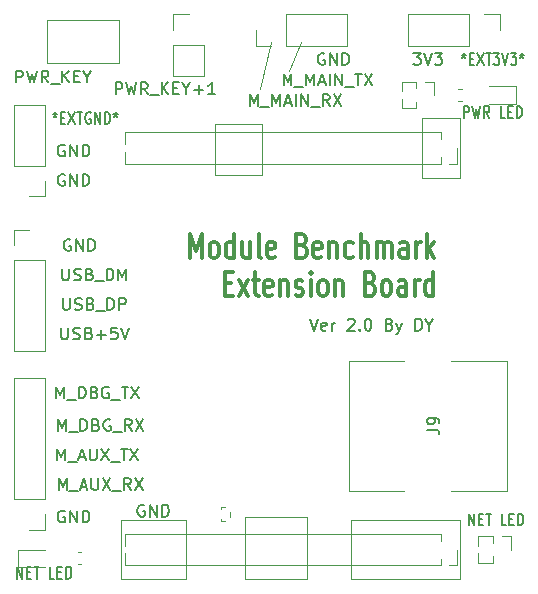
<source format=gbr>
G04 #@! TF.GenerationSoftware,KiCad,Pcbnew,5.99.0-unknown-f1fcf3f~86~ubuntu18.04.1*
G04 #@! TF.CreationDate,2020-01-20T18:37:53-05:00*
G04 #@! TF.ProjectId,module_benchmark_extension_board,6d6f6475-6c65-45f6-9265-6e63686d6172,rev?*
G04 #@! TF.SameCoordinates,Original*
G04 #@! TF.FileFunction,Legend,Top*
G04 #@! TF.FilePolarity,Positive*
%FSLAX46Y46*%
G04 Gerber Fmt 4.6, Leading zero omitted, Abs format (unit mm)*
G04 Created by KiCad (PCBNEW 5.99.0-unknown-f1fcf3f~86~ubuntu18.04.1) date 2020-01-20 18:37:53*
%MOMM*%
%LPD*%
G04 APERTURE LIST*
%ADD10C,0.150000*%
%ADD11C,0.120000*%
%ADD12C,0.300000*%
G04 APERTURE END LIST*
D10*
X139292857Y-99952380D02*
X139292857Y-100190476D01*
X139102380Y-100095238D02*
X139292857Y-100190476D01*
X139483333Y-100095238D01*
X139178571Y-100380952D02*
X139292857Y-100190476D01*
X139407142Y-100380952D01*
X139788095Y-100428571D02*
X140054761Y-100428571D01*
X140169047Y-100952380D02*
X139788095Y-100952380D01*
X139788095Y-99952380D01*
X140169047Y-99952380D01*
X140435714Y-99952380D02*
X140969047Y-100952380D01*
X140969047Y-99952380D02*
X140435714Y-100952380D01*
X141159523Y-99952380D02*
X141616666Y-99952380D01*
X141388095Y-100952380D02*
X141388095Y-99952380D01*
X141807142Y-99952380D02*
X142302380Y-99952380D01*
X142035714Y-100333333D01*
X142150000Y-100333333D01*
X142226190Y-100380952D01*
X142264285Y-100428571D01*
X142302380Y-100523809D01*
X142302380Y-100761904D01*
X142264285Y-100857142D01*
X142226190Y-100904761D01*
X142150000Y-100952380D01*
X141921428Y-100952380D01*
X141845238Y-100904761D01*
X141807142Y-100857142D01*
X142530952Y-99952380D02*
X142797619Y-100952380D01*
X143064285Y-99952380D01*
X143254761Y-99952380D02*
X143750000Y-99952380D01*
X143483333Y-100333333D01*
X143597619Y-100333333D01*
X143673809Y-100380952D01*
X143711904Y-100428571D01*
X143750000Y-100523809D01*
X143750000Y-100761904D01*
X143711904Y-100857142D01*
X143673809Y-100904761D01*
X143597619Y-100952380D01*
X143369047Y-100952380D01*
X143292857Y-100904761D01*
X143254761Y-100857142D01*
X144207142Y-99952380D02*
X144207142Y-100190476D01*
X144016666Y-100095238D02*
X144207142Y-100190476D01*
X144397619Y-100095238D01*
X144092857Y-100380952D02*
X144207142Y-100190476D01*
X144321428Y-100380952D01*
X139292857Y-105452380D02*
X139292857Y-104452380D01*
X139597619Y-104452380D01*
X139673809Y-104500000D01*
X139711904Y-104547619D01*
X139750000Y-104642857D01*
X139750000Y-104785714D01*
X139711904Y-104880952D01*
X139673809Y-104928571D01*
X139597619Y-104976190D01*
X139292857Y-104976190D01*
X140016666Y-104452380D02*
X140207142Y-105452380D01*
X140359523Y-104738095D01*
X140511904Y-105452380D01*
X140702380Y-104452380D01*
X141464285Y-105452380D02*
X141197619Y-104976190D01*
X141007142Y-105452380D02*
X141007142Y-104452380D01*
X141311904Y-104452380D01*
X141388095Y-104500000D01*
X141426190Y-104547619D01*
X141464285Y-104642857D01*
X141464285Y-104785714D01*
X141426190Y-104880952D01*
X141388095Y-104928571D01*
X141311904Y-104976190D01*
X141007142Y-104976190D01*
X142797619Y-105452380D02*
X142416666Y-105452380D01*
X142416666Y-104452380D01*
X143064285Y-104928571D02*
X143330952Y-104928571D01*
X143445238Y-105452380D02*
X143064285Y-105452380D01*
X143064285Y-104452380D01*
X143445238Y-104452380D01*
X143788095Y-105452380D02*
X143788095Y-104452380D01*
X143978571Y-104452380D01*
X144092857Y-104500000D01*
X144169047Y-104595238D01*
X144207142Y-104690476D01*
X144245238Y-104880952D01*
X144245238Y-105023809D01*
X144207142Y-105214285D01*
X144169047Y-105309523D01*
X144092857Y-105404761D01*
X143978571Y-105452380D01*
X143788095Y-105452380D01*
X101464285Y-144452380D02*
X101464285Y-143452380D01*
X101921428Y-144452380D01*
X101921428Y-143452380D01*
X102302380Y-143928571D02*
X102569047Y-143928571D01*
X102683333Y-144452380D02*
X102302380Y-144452380D01*
X102302380Y-143452380D01*
X102683333Y-143452380D01*
X102911904Y-143452380D02*
X103369047Y-143452380D01*
X103140476Y-144452380D02*
X103140476Y-143452380D01*
X104626190Y-144452380D02*
X104245238Y-144452380D01*
X104245238Y-143452380D01*
X104892857Y-143928571D02*
X105159523Y-143928571D01*
X105273809Y-144452380D02*
X104892857Y-144452380D01*
X104892857Y-143452380D01*
X105273809Y-143452380D01*
X105616666Y-144452380D02*
X105616666Y-143452380D01*
X105807142Y-143452380D01*
X105921428Y-143500000D01*
X105997619Y-143595238D01*
X106035714Y-143690476D01*
X106073809Y-143880952D01*
X106073809Y-144023809D01*
X106035714Y-144214285D01*
X105997619Y-144309523D01*
X105921428Y-144404761D01*
X105807142Y-144452380D01*
X105616666Y-144452380D01*
X139714285Y-139952380D02*
X139714285Y-138952380D01*
X140171428Y-139952380D01*
X140171428Y-138952380D01*
X140552380Y-139428571D02*
X140819047Y-139428571D01*
X140933333Y-139952380D02*
X140552380Y-139952380D01*
X140552380Y-138952380D01*
X140933333Y-138952380D01*
X141161904Y-138952380D02*
X141619047Y-138952380D01*
X141390476Y-139952380D02*
X141390476Y-138952380D01*
X142876190Y-139952380D02*
X142495238Y-139952380D01*
X142495238Y-138952380D01*
X143142857Y-139428571D02*
X143409523Y-139428571D01*
X143523809Y-139952380D02*
X143142857Y-139952380D01*
X143142857Y-138952380D01*
X143523809Y-138952380D01*
X143866666Y-139952380D02*
X143866666Y-138952380D01*
X144057142Y-138952380D01*
X144171428Y-139000000D01*
X144247619Y-139095238D01*
X144285714Y-139190476D01*
X144323809Y-139380952D01*
X144323809Y-139523809D01*
X144285714Y-139714285D01*
X144247619Y-139809523D01*
X144171428Y-139904761D01*
X144057142Y-139952380D01*
X143866666Y-139952380D01*
X126285714Y-122452380D02*
X126619047Y-123452380D01*
X126952380Y-122452380D01*
X127666666Y-123404761D02*
X127571428Y-123452380D01*
X127380952Y-123452380D01*
X127285714Y-123404761D01*
X127238095Y-123309523D01*
X127238095Y-122928571D01*
X127285714Y-122833333D01*
X127380952Y-122785714D01*
X127571428Y-122785714D01*
X127666666Y-122833333D01*
X127714285Y-122928571D01*
X127714285Y-123023809D01*
X127238095Y-123119047D01*
X128142857Y-123452380D02*
X128142857Y-122785714D01*
X128142857Y-122976190D02*
X128190476Y-122880952D01*
X128238095Y-122833333D01*
X128333333Y-122785714D01*
X128428571Y-122785714D01*
X129476190Y-122547619D02*
X129523809Y-122500000D01*
X129619047Y-122452380D01*
X129857142Y-122452380D01*
X129952380Y-122500000D01*
X130000000Y-122547619D01*
X130047619Y-122642857D01*
X130047619Y-122738095D01*
X130000000Y-122880952D01*
X129428571Y-123452380D01*
X130047619Y-123452380D01*
X130476190Y-123357142D02*
X130523809Y-123404761D01*
X130476190Y-123452380D01*
X130428571Y-123404761D01*
X130476190Y-123357142D01*
X130476190Y-123452380D01*
X131142857Y-122452380D02*
X131238095Y-122452380D01*
X131333333Y-122500000D01*
X131380952Y-122547619D01*
X131428571Y-122642857D01*
X131476190Y-122833333D01*
X131476190Y-123071428D01*
X131428571Y-123261904D01*
X131380952Y-123357142D01*
X131333333Y-123404761D01*
X131238095Y-123452380D01*
X131142857Y-123452380D01*
X131047619Y-123404761D01*
X131000000Y-123357142D01*
X130952380Y-123261904D01*
X130904761Y-123071428D01*
X130904761Y-122833333D01*
X130952380Y-122642857D01*
X131000000Y-122547619D01*
X131047619Y-122500000D01*
X131142857Y-122452380D01*
X133000000Y-122928571D02*
X133142857Y-122976190D01*
X133190476Y-123023809D01*
X133238095Y-123119047D01*
X133238095Y-123261904D01*
X133190476Y-123357142D01*
X133142857Y-123404761D01*
X133047619Y-123452380D01*
X132666666Y-123452380D01*
X132666666Y-122452380D01*
X133000000Y-122452380D01*
X133095238Y-122500000D01*
X133142857Y-122547619D01*
X133190476Y-122642857D01*
X133190476Y-122738095D01*
X133142857Y-122833333D01*
X133095238Y-122880952D01*
X133000000Y-122928571D01*
X132666666Y-122928571D01*
X133571428Y-122785714D02*
X133809523Y-123452380D01*
X134047619Y-122785714D02*
X133809523Y-123452380D01*
X133714285Y-123690476D01*
X133666666Y-123738095D01*
X133571428Y-123785714D01*
X135190476Y-123452380D02*
X135190476Y-122452380D01*
X135428571Y-122452380D01*
X135571428Y-122500000D01*
X135666666Y-122595238D01*
X135714285Y-122690476D01*
X135761904Y-122880952D01*
X135761904Y-123023809D01*
X135714285Y-123214285D01*
X135666666Y-123309523D01*
X135571428Y-123404761D01*
X135428571Y-123452380D01*
X135190476Y-123452380D01*
X136380952Y-122976190D02*
X136380952Y-123452380D01*
X136047619Y-122452380D02*
X136380952Y-122976190D01*
X136714285Y-122452380D01*
X105988095Y-115750000D02*
X105892857Y-115702380D01*
X105750000Y-115702380D01*
X105607142Y-115750000D01*
X105511904Y-115845238D01*
X105464285Y-115940476D01*
X105416666Y-116130952D01*
X105416666Y-116273809D01*
X105464285Y-116464285D01*
X105511904Y-116559523D01*
X105607142Y-116654761D01*
X105750000Y-116702380D01*
X105845238Y-116702380D01*
X105988095Y-116654761D01*
X106035714Y-116607142D01*
X106035714Y-116273809D01*
X105845238Y-116273809D01*
X106464285Y-116702380D02*
X106464285Y-115702380D01*
X107035714Y-116702380D01*
X107035714Y-115702380D01*
X107511904Y-116702380D02*
X107511904Y-115702380D01*
X107750000Y-115702380D01*
X107892857Y-115750000D01*
X107988095Y-115845238D01*
X108035714Y-115940476D01*
X108083333Y-116130952D01*
X108083333Y-116273809D01*
X108035714Y-116464285D01*
X107988095Y-116559523D01*
X107892857Y-116654761D01*
X107750000Y-116702380D01*
X107511904Y-116702380D01*
X105285714Y-118202380D02*
X105285714Y-119011904D01*
X105333333Y-119107142D01*
X105380952Y-119154761D01*
X105476190Y-119202380D01*
X105666666Y-119202380D01*
X105761904Y-119154761D01*
X105809523Y-119107142D01*
X105857142Y-119011904D01*
X105857142Y-118202380D01*
X106285714Y-119154761D02*
X106428571Y-119202380D01*
X106666666Y-119202380D01*
X106761904Y-119154761D01*
X106809523Y-119107142D01*
X106857142Y-119011904D01*
X106857142Y-118916666D01*
X106809523Y-118821428D01*
X106761904Y-118773809D01*
X106666666Y-118726190D01*
X106476190Y-118678571D01*
X106380952Y-118630952D01*
X106333333Y-118583333D01*
X106285714Y-118488095D01*
X106285714Y-118392857D01*
X106333333Y-118297619D01*
X106380952Y-118250000D01*
X106476190Y-118202380D01*
X106714285Y-118202380D01*
X106857142Y-118250000D01*
X107619047Y-118678571D02*
X107761904Y-118726190D01*
X107809523Y-118773809D01*
X107857142Y-118869047D01*
X107857142Y-119011904D01*
X107809523Y-119107142D01*
X107761904Y-119154761D01*
X107666666Y-119202380D01*
X107285714Y-119202380D01*
X107285714Y-118202380D01*
X107619047Y-118202380D01*
X107714285Y-118250000D01*
X107761904Y-118297619D01*
X107809523Y-118392857D01*
X107809523Y-118488095D01*
X107761904Y-118583333D01*
X107714285Y-118630952D01*
X107619047Y-118678571D01*
X107285714Y-118678571D01*
X108047619Y-119297619D02*
X108809523Y-119297619D01*
X109047619Y-119202380D02*
X109047619Y-118202380D01*
X109285714Y-118202380D01*
X109428571Y-118250000D01*
X109523809Y-118345238D01*
X109571428Y-118440476D01*
X109619047Y-118630952D01*
X109619047Y-118773809D01*
X109571428Y-118964285D01*
X109523809Y-119059523D01*
X109428571Y-119154761D01*
X109285714Y-119202380D01*
X109047619Y-119202380D01*
X110047619Y-119202380D02*
X110047619Y-118202380D01*
X110380952Y-118916666D01*
X110714285Y-118202380D01*
X110714285Y-119202380D01*
X105357142Y-120702380D02*
X105357142Y-121511904D01*
X105404761Y-121607142D01*
X105452380Y-121654761D01*
X105547619Y-121702380D01*
X105738095Y-121702380D01*
X105833333Y-121654761D01*
X105880952Y-121607142D01*
X105928571Y-121511904D01*
X105928571Y-120702380D01*
X106357142Y-121654761D02*
X106500000Y-121702380D01*
X106738095Y-121702380D01*
X106833333Y-121654761D01*
X106880952Y-121607142D01*
X106928571Y-121511904D01*
X106928571Y-121416666D01*
X106880952Y-121321428D01*
X106833333Y-121273809D01*
X106738095Y-121226190D01*
X106547619Y-121178571D01*
X106452380Y-121130952D01*
X106404761Y-121083333D01*
X106357142Y-120988095D01*
X106357142Y-120892857D01*
X106404761Y-120797619D01*
X106452380Y-120750000D01*
X106547619Y-120702380D01*
X106785714Y-120702380D01*
X106928571Y-120750000D01*
X107690476Y-121178571D02*
X107833333Y-121226190D01*
X107880952Y-121273809D01*
X107928571Y-121369047D01*
X107928571Y-121511904D01*
X107880952Y-121607142D01*
X107833333Y-121654761D01*
X107738095Y-121702380D01*
X107357142Y-121702380D01*
X107357142Y-120702380D01*
X107690476Y-120702380D01*
X107785714Y-120750000D01*
X107833333Y-120797619D01*
X107880952Y-120892857D01*
X107880952Y-120988095D01*
X107833333Y-121083333D01*
X107785714Y-121130952D01*
X107690476Y-121178571D01*
X107357142Y-121178571D01*
X108119047Y-121797619D02*
X108880952Y-121797619D01*
X109119047Y-121702380D02*
X109119047Y-120702380D01*
X109357142Y-120702380D01*
X109500000Y-120750000D01*
X109595238Y-120845238D01*
X109642857Y-120940476D01*
X109690476Y-121130952D01*
X109690476Y-121273809D01*
X109642857Y-121464285D01*
X109595238Y-121559523D01*
X109500000Y-121654761D01*
X109357142Y-121702380D01*
X109119047Y-121702380D01*
X110119047Y-121702380D02*
X110119047Y-120702380D01*
X110500000Y-120702380D01*
X110595238Y-120750000D01*
X110642857Y-120797619D01*
X110690476Y-120892857D01*
X110690476Y-121035714D01*
X110642857Y-121130952D01*
X110595238Y-121178571D01*
X110500000Y-121226190D01*
X110119047Y-121226190D01*
X105214285Y-123202380D02*
X105214285Y-124011904D01*
X105261904Y-124107142D01*
X105309523Y-124154761D01*
X105404761Y-124202380D01*
X105595238Y-124202380D01*
X105690476Y-124154761D01*
X105738095Y-124107142D01*
X105785714Y-124011904D01*
X105785714Y-123202380D01*
X106214285Y-124154761D02*
X106357142Y-124202380D01*
X106595238Y-124202380D01*
X106690476Y-124154761D01*
X106738095Y-124107142D01*
X106785714Y-124011904D01*
X106785714Y-123916666D01*
X106738095Y-123821428D01*
X106690476Y-123773809D01*
X106595238Y-123726190D01*
X106404761Y-123678571D01*
X106309523Y-123630952D01*
X106261904Y-123583333D01*
X106214285Y-123488095D01*
X106214285Y-123392857D01*
X106261904Y-123297619D01*
X106309523Y-123250000D01*
X106404761Y-123202380D01*
X106642857Y-123202380D01*
X106785714Y-123250000D01*
X107547619Y-123678571D02*
X107690476Y-123726190D01*
X107738095Y-123773809D01*
X107785714Y-123869047D01*
X107785714Y-124011904D01*
X107738095Y-124107142D01*
X107690476Y-124154761D01*
X107595238Y-124202380D01*
X107214285Y-124202380D01*
X107214285Y-123202380D01*
X107547619Y-123202380D01*
X107642857Y-123250000D01*
X107690476Y-123297619D01*
X107738095Y-123392857D01*
X107738095Y-123488095D01*
X107690476Y-123583333D01*
X107642857Y-123630952D01*
X107547619Y-123678571D01*
X107214285Y-123678571D01*
X108214285Y-123821428D02*
X108976190Y-123821428D01*
X108595238Y-124202380D02*
X108595238Y-123440476D01*
X109928571Y-123202380D02*
X109452380Y-123202380D01*
X109404761Y-123678571D01*
X109452380Y-123630952D01*
X109547619Y-123583333D01*
X109785714Y-123583333D01*
X109880952Y-123630952D01*
X109928571Y-123678571D01*
X109976190Y-123773809D01*
X109976190Y-124011904D01*
X109928571Y-124107142D01*
X109880952Y-124154761D01*
X109785714Y-124202380D01*
X109547619Y-124202380D01*
X109452380Y-124154761D01*
X109404761Y-124107142D01*
X110261904Y-123202380D02*
X110595238Y-124202380D01*
X110928571Y-123202380D01*
D11*
X125500000Y-99000000D02*
X124500000Y-101500000D01*
X123000000Y-99000000D02*
X122000000Y-103000000D01*
D10*
X105000000Y-136952380D02*
X105000000Y-135952380D01*
X105333333Y-136666666D01*
X105666666Y-135952380D01*
X105666666Y-136952380D01*
X105904761Y-137047619D02*
X106666666Y-137047619D01*
X106857142Y-136666666D02*
X107333333Y-136666666D01*
X106761904Y-136952380D02*
X107095238Y-135952380D01*
X107428571Y-136952380D01*
X107761904Y-135952380D02*
X107761904Y-136761904D01*
X107809523Y-136857142D01*
X107857142Y-136904761D01*
X107952380Y-136952380D01*
X108142857Y-136952380D01*
X108238095Y-136904761D01*
X108285714Y-136857142D01*
X108333333Y-136761904D01*
X108333333Y-135952380D01*
X108714285Y-135952380D02*
X109380952Y-136952380D01*
X109380952Y-135952380D02*
X108714285Y-136952380D01*
X109523809Y-137047619D02*
X110285714Y-137047619D01*
X111095238Y-136952380D02*
X110761904Y-136476190D01*
X110523809Y-136952380D02*
X110523809Y-135952380D01*
X110904761Y-135952380D01*
X111000000Y-136000000D01*
X111047619Y-136047619D01*
X111095238Y-136142857D01*
X111095238Y-136285714D01*
X111047619Y-136380952D01*
X111000000Y-136428571D01*
X110904761Y-136476190D01*
X110523809Y-136476190D01*
X111428571Y-135952380D02*
X112095238Y-136952380D01*
X112095238Y-135952380D02*
X111428571Y-136952380D01*
X104869047Y-134452380D02*
X104869047Y-133452380D01*
X105202380Y-134166666D01*
X105535714Y-133452380D01*
X105535714Y-134452380D01*
X105773809Y-134547619D02*
X106535714Y-134547619D01*
X106726190Y-134166666D02*
X107202380Y-134166666D01*
X106630952Y-134452380D02*
X106964285Y-133452380D01*
X107297619Y-134452380D01*
X107630952Y-133452380D02*
X107630952Y-134261904D01*
X107678571Y-134357142D01*
X107726190Y-134404761D01*
X107821428Y-134452380D01*
X108011904Y-134452380D01*
X108107142Y-134404761D01*
X108154761Y-134357142D01*
X108202380Y-134261904D01*
X108202380Y-133452380D01*
X108583333Y-133452380D02*
X109250000Y-134452380D01*
X109250000Y-133452380D02*
X108583333Y-134452380D01*
X109392857Y-134547619D02*
X110154761Y-134547619D01*
X110250000Y-133452380D02*
X110821428Y-133452380D01*
X110535714Y-134452380D02*
X110535714Y-133452380D01*
X111059523Y-133452380D02*
X111726190Y-134452380D01*
X111726190Y-133452380D02*
X111059523Y-134452380D01*
X104928571Y-131952380D02*
X104928571Y-130952380D01*
X105261904Y-131666666D01*
X105595238Y-130952380D01*
X105595238Y-131952380D01*
X105833333Y-132047619D02*
X106595238Y-132047619D01*
X106833333Y-131952380D02*
X106833333Y-130952380D01*
X107071428Y-130952380D01*
X107214285Y-131000000D01*
X107309523Y-131095238D01*
X107357142Y-131190476D01*
X107404761Y-131380952D01*
X107404761Y-131523809D01*
X107357142Y-131714285D01*
X107309523Y-131809523D01*
X107214285Y-131904761D01*
X107071428Y-131952380D01*
X106833333Y-131952380D01*
X108166666Y-131428571D02*
X108309523Y-131476190D01*
X108357142Y-131523809D01*
X108404761Y-131619047D01*
X108404761Y-131761904D01*
X108357142Y-131857142D01*
X108309523Y-131904761D01*
X108214285Y-131952380D01*
X107833333Y-131952380D01*
X107833333Y-130952380D01*
X108166666Y-130952380D01*
X108261904Y-131000000D01*
X108309523Y-131047619D01*
X108357142Y-131142857D01*
X108357142Y-131238095D01*
X108309523Y-131333333D01*
X108261904Y-131380952D01*
X108166666Y-131428571D01*
X107833333Y-131428571D01*
X109357142Y-131000000D02*
X109261904Y-130952380D01*
X109119047Y-130952380D01*
X108976190Y-131000000D01*
X108880952Y-131095238D01*
X108833333Y-131190476D01*
X108785714Y-131380952D01*
X108785714Y-131523809D01*
X108833333Y-131714285D01*
X108880952Y-131809523D01*
X108976190Y-131904761D01*
X109119047Y-131952380D01*
X109214285Y-131952380D01*
X109357142Y-131904761D01*
X109404761Y-131857142D01*
X109404761Y-131523809D01*
X109214285Y-131523809D01*
X109595238Y-132047619D02*
X110357142Y-132047619D01*
X111166666Y-131952380D02*
X110833333Y-131476190D01*
X110595238Y-131952380D02*
X110595238Y-130952380D01*
X110976190Y-130952380D01*
X111071428Y-131000000D01*
X111119047Y-131047619D01*
X111166666Y-131142857D01*
X111166666Y-131285714D01*
X111119047Y-131380952D01*
X111071428Y-131428571D01*
X110976190Y-131476190D01*
X110595238Y-131476190D01*
X111500000Y-130952380D02*
X112166666Y-131952380D01*
X112166666Y-130952380D02*
X111500000Y-131952380D01*
D11*
X115750000Y-139500000D02*
X110250000Y-139500000D01*
X115750000Y-144500000D02*
X115750000Y-139500000D01*
X110250000Y-144500000D02*
X115750000Y-144500000D01*
X110250000Y-139500000D02*
X110250000Y-144500000D01*
X126000000Y-139250000D02*
X120750000Y-139250000D01*
X126000000Y-144500000D02*
X126000000Y-139250000D01*
X120750000Y-144500000D02*
X126000000Y-144500000D01*
X120750000Y-139250000D02*
X120750000Y-144500000D01*
X139000000Y-139500000D02*
X129750000Y-139500000D01*
X139000000Y-144500000D02*
X139000000Y-139500000D01*
X129750000Y-144500000D02*
X139000000Y-144500000D01*
X129750000Y-139500000D02*
X129750000Y-144500000D01*
X139000000Y-110500000D02*
X139000000Y-105500000D01*
X135750000Y-110500000D02*
X139000000Y-110500000D01*
X135750000Y-105500000D02*
X135750000Y-110500000D01*
X139000000Y-105500000D02*
X135750000Y-105500000D01*
X122250000Y-106000000D02*
X118250000Y-106000000D01*
X122250000Y-110250000D02*
X122250000Y-106000000D01*
X118250000Y-110250000D02*
X122250000Y-110250000D01*
X118250000Y-106000000D02*
X118250000Y-110250000D01*
D10*
X112238095Y-138250000D02*
X112142857Y-138202380D01*
X112000000Y-138202380D01*
X111857142Y-138250000D01*
X111761904Y-138345238D01*
X111714285Y-138440476D01*
X111666666Y-138630952D01*
X111666666Y-138773809D01*
X111714285Y-138964285D01*
X111761904Y-139059523D01*
X111857142Y-139154761D01*
X112000000Y-139202380D01*
X112095238Y-139202380D01*
X112238095Y-139154761D01*
X112285714Y-139107142D01*
X112285714Y-138773809D01*
X112095238Y-138773809D01*
X112714285Y-139202380D02*
X112714285Y-138202380D01*
X113285714Y-139202380D01*
X113285714Y-138202380D01*
X113761904Y-139202380D02*
X113761904Y-138202380D01*
X114000000Y-138202380D01*
X114142857Y-138250000D01*
X114238095Y-138345238D01*
X114285714Y-138440476D01*
X114333333Y-138630952D01*
X114333333Y-138773809D01*
X114285714Y-138964285D01*
X114238095Y-139059523D01*
X114142857Y-139154761D01*
X114000000Y-139202380D01*
X113761904Y-139202380D01*
X105488095Y-138750000D02*
X105392857Y-138702380D01*
X105250000Y-138702380D01*
X105107142Y-138750000D01*
X105011904Y-138845238D01*
X104964285Y-138940476D01*
X104916666Y-139130952D01*
X104916666Y-139273809D01*
X104964285Y-139464285D01*
X105011904Y-139559523D01*
X105107142Y-139654761D01*
X105250000Y-139702380D01*
X105345238Y-139702380D01*
X105488095Y-139654761D01*
X105535714Y-139607142D01*
X105535714Y-139273809D01*
X105345238Y-139273809D01*
X105964285Y-139702380D02*
X105964285Y-138702380D01*
X106535714Y-139702380D01*
X106535714Y-138702380D01*
X107011904Y-139702380D02*
X107011904Y-138702380D01*
X107250000Y-138702380D01*
X107392857Y-138750000D01*
X107488095Y-138845238D01*
X107535714Y-138940476D01*
X107583333Y-139130952D01*
X107583333Y-139273809D01*
X107535714Y-139464285D01*
X107488095Y-139559523D01*
X107392857Y-139654761D01*
X107250000Y-139702380D01*
X107011904Y-139702380D01*
X105488095Y-110250000D02*
X105392857Y-110202380D01*
X105250000Y-110202380D01*
X105107142Y-110250000D01*
X105011904Y-110345238D01*
X104964285Y-110440476D01*
X104916666Y-110630952D01*
X104916666Y-110773809D01*
X104964285Y-110964285D01*
X105011904Y-111059523D01*
X105107142Y-111154761D01*
X105250000Y-111202380D01*
X105345238Y-111202380D01*
X105488095Y-111154761D01*
X105535714Y-111107142D01*
X105535714Y-110773809D01*
X105345238Y-110773809D01*
X105964285Y-111202380D02*
X105964285Y-110202380D01*
X106535714Y-111202380D01*
X106535714Y-110202380D01*
X107011904Y-111202380D02*
X107011904Y-110202380D01*
X107250000Y-110202380D01*
X107392857Y-110250000D01*
X107488095Y-110345238D01*
X107535714Y-110440476D01*
X107583333Y-110630952D01*
X107583333Y-110773809D01*
X107535714Y-110964285D01*
X107488095Y-111059523D01*
X107392857Y-111154761D01*
X107250000Y-111202380D01*
X107011904Y-111202380D01*
X104678571Y-104952380D02*
X104678571Y-105190476D01*
X104488095Y-105095238D02*
X104678571Y-105190476D01*
X104869047Y-105095238D01*
X104564285Y-105380952D02*
X104678571Y-105190476D01*
X104792857Y-105380952D01*
X105173809Y-105428571D02*
X105440476Y-105428571D01*
X105554761Y-105952380D02*
X105173809Y-105952380D01*
X105173809Y-104952380D01*
X105554761Y-104952380D01*
X105821428Y-104952380D02*
X106354761Y-105952380D01*
X106354761Y-104952380D02*
X105821428Y-105952380D01*
X106545238Y-104952380D02*
X107002380Y-104952380D01*
X106773809Y-105952380D02*
X106773809Y-104952380D01*
X107688095Y-105000000D02*
X107611904Y-104952380D01*
X107497619Y-104952380D01*
X107383333Y-105000000D01*
X107307142Y-105095238D01*
X107269047Y-105190476D01*
X107230952Y-105380952D01*
X107230952Y-105523809D01*
X107269047Y-105714285D01*
X107307142Y-105809523D01*
X107383333Y-105904761D01*
X107497619Y-105952380D01*
X107573809Y-105952380D01*
X107688095Y-105904761D01*
X107726190Y-105857142D01*
X107726190Y-105523809D01*
X107573809Y-105523809D01*
X108069047Y-105952380D02*
X108069047Y-104952380D01*
X108526190Y-105952380D01*
X108526190Y-104952380D01*
X108907142Y-105952380D02*
X108907142Y-104952380D01*
X109097619Y-104952380D01*
X109211904Y-105000000D01*
X109288095Y-105095238D01*
X109326190Y-105190476D01*
X109364285Y-105380952D01*
X109364285Y-105523809D01*
X109326190Y-105714285D01*
X109288095Y-105809523D01*
X109211904Y-105904761D01*
X109097619Y-105952380D01*
X108907142Y-105952380D01*
X109821428Y-104952380D02*
X109821428Y-105190476D01*
X109630952Y-105095238D02*
X109821428Y-105190476D01*
X110011904Y-105095238D01*
X109707142Y-105380952D02*
X109821428Y-105190476D01*
X109935714Y-105380952D01*
X105488095Y-107750000D02*
X105392857Y-107702380D01*
X105250000Y-107702380D01*
X105107142Y-107750000D01*
X105011904Y-107845238D01*
X104964285Y-107940476D01*
X104916666Y-108130952D01*
X104916666Y-108273809D01*
X104964285Y-108464285D01*
X105011904Y-108559523D01*
X105107142Y-108654761D01*
X105250000Y-108702380D01*
X105345238Y-108702380D01*
X105488095Y-108654761D01*
X105535714Y-108607142D01*
X105535714Y-108273809D01*
X105345238Y-108273809D01*
X105964285Y-108702380D02*
X105964285Y-107702380D01*
X106535714Y-108702380D01*
X106535714Y-107702380D01*
X107011904Y-108702380D02*
X107011904Y-107702380D01*
X107250000Y-107702380D01*
X107392857Y-107750000D01*
X107488095Y-107845238D01*
X107535714Y-107940476D01*
X107583333Y-108130952D01*
X107583333Y-108273809D01*
X107535714Y-108464285D01*
X107488095Y-108559523D01*
X107392857Y-108654761D01*
X107250000Y-108702380D01*
X107011904Y-108702380D01*
X104797619Y-129202380D02*
X104797619Y-128202380D01*
X105130952Y-128916666D01*
X105464285Y-128202380D01*
X105464285Y-129202380D01*
X105702380Y-129297619D02*
X106464285Y-129297619D01*
X106702380Y-129202380D02*
X106702380Y-128202380D01*
X106940476Y-128202380D01*
X107083333Y-128250000D01*
X107178571Y-128345238D01*
X107226190Y-128440476D01*
X107273809Y-128630952D01*
X107273809Y-128773809D01*
X107226190Y-128964285D01*
X107178571Y-129059523D01*
X107083333Y-129154761D01*
X106940476Y-129202380D01*
X106702380Y-129202380D01*
X108035714Y-128678571D02*
X108178571Y-128726190D01*
X108226190Y-128773809D01*
X108273809Y-128869047D01*
X108273809Y-129011904D01*
X108226190Y-129107142D01*
X108178571Y-129154761D01*
X108083333Y-129202380D01*
X107702380Y-129202380D01*
X107702380Y-128202380D01*
X108035714Y-128202380D01*
X108130952Y-128250000D01*
X108178571Y-128297619D01*
X108226190Y-128392857D01*
X108226190Y-128488095D01*
X108178571Y-128583333D01*
X108130952Y-128630952D01*
X108035714Y-128678571D01*
X107702380Y-128678571D01*
X109226190Y-128250000D02*
X109130952Y-128202380D01*
X108988095Y-128202380D01*
X108845238Y-128250000D01*
X108750000Y-128345238D01*
X108702380Y-128440476D01*
X108654761Y-128630952D01*
X108654761Y-128773809D01*
X108702380Y-128964285D01*
X108750000Y-129059523D01*
X108845238Y-129154761D01*
X108988095Y-129202380D01*
X109083333Y-129202380D01*
X109226190Y-129154761D01*
X109273809Y-129107142D01*
X109273809Y-128773809D01*
X109083333Y-128773809D01*
X109464285Y-129297619D02*
X110226190Y-129297619D01*
X110321428Y-128202380D02*
X110892857Y-128202380D01*
X110607142Y-129202380D02*
X110607142Y-128202380D01*
X111130952Y-128202380D02*
X111797619Y-129202380D01*
X111797619Y-128202380D02*
X111130952Y-129202380D01*
X135011904Y-99952380D02*
X135630952Y-99952380D01*
X135297619Y-100333333D01*
X135440476Y-100333333D01*
X135535714Y-100380952D01*
X135583333Y-100428571D01*
X135630952Y-100523809D01*
X135630952Y-100761904D01*
X135583333Y-100857142D01*
X135535714Y-100904761D01*
X135440476Y-100952380D01*
X135154761Y-100952380D01*
X135059523Y-100904761D01*
X135011904Y-100857142D01*
X135916666Y-99952380D02*
X136250000Y-100952380D01*
X136583333Y-99952380D01*
X136821428Y-99952380D02*
X137440476Y-99952380D01*
X137107142Y-100333333D01*
X137250000Y-100333333D01*
X137345238Y-100380952D01*
X137392857Y-100428571D01*
X137440476Y-100523809D01*
X137440476Y-100761904D01*
X137392857Y-100857142D01*
X137345238Y-100904761D01*
X137250000Y-100952380D01*
X136964285Y-100952380D01*
X136869047Y-100904761D01*
X136821428Y-100857142D01*
X109809523Y-103452380D02*
X109809523Y-102452380D01*
X110190476Y-102452380D01*
X110285714Y-102500000D01*
X110333333Y-102547619D01*
X110380952Y-102642857D01*
X110380952Y-102785714D01*
X110333333Y-102880952D01*
X110285714Y-102928571D01*
X110190476Y-102976190D01*
X109809523Y-102976190D01*
X110714285Y-102452380D02*
X110952380Y-103452380D01*
X111142857Y-102738095D01*
X111333333Y-103452380D01*
X111571428Y-102452380D01*
X112523809Y-103452380D02*
X112190476Y-102976190D01*
X111952380Y-103452380D02*
X111952380Y-102452380D01*
X112333333Y-102452380D01*
X112428571Y-102500000D01*
X112476190Y-102547619D01*
X112523809Y-102642857D01*
X112523809Y-102785714D01*
X112476190Y-102880952D01*
X112428571Y-102928571D01*
X112333333Y-102976190D01*
X111952380Y-102976190D01*
X112714285Y-103547619D02*
X113476190Y-103547619D01*
X113714285Y-103452380D02*
X113714285Y-102452380D01*
X114285714Y-103452380D02*
X113857142Y-102880952D01*
X114285714Y-102452380D02*
X113714285Y-103023809D01*
X114714285Y-102928571D02*
X115047619Y-102928571D01*
X115190476Y-103452380D02*
X114714285Y-103452380D01*
X114714285Y-102452380D01*
X115190476Y-102452380D01*
X115809523Y-102976190D02*
X115809523Y-103452380D01*
X115476190Y-102452380D02*
X115809523Y-102976190D01*
X116142857Y-102452380D01*
X116476190Y-103071428D02*
X117238095Y-103071428D01*
X116857142Y-103452380D02*
X116857142Y-102690476D01*
X118238095Y-103452380D02*
X117666666Y-103452380D01*
X117952380Y-103452380D02*
X117952380Y-102452380D01*
X117857142Y-102595238D01*
X117761904Y-102690476D01*
X117666666Y-102738095D01*
X101404761Y-102452380D02*
X101404761Y-101452380D01*
X101785714Y-101452380D01*
X101880952Y-101500000D01*
X101928571Y-101547619D01*
X101976190Y-101642857D01*
X101976190Y-101785714D01*
X101928571Y-101880952D01*
X101880952Y-101928571D01*
X101785714Y-101976190D01*
X101404761Y-101976190D01*
X102309523Y-101452380D02*
X102547619Y-102452380D01*
X102738095Y-101738095D01*
X102928571Y-102452380D01*
X103166666Y-101452380D01*
X104119047Y-102452380D02*
X103785714Y-101976190D01*
X103547619Y-102452380D02*
X103547619Y-101452380D01*
X103928571Y-101452380D01*
X104023809Y-101500000D01*
X104071428Y-101547619D01*
X104119047Y-101642857D01*
X104119047Y-101785714D01*
X104071428Y-101880952D01*
X104023809Y-101928571D01*
X103928571Y-101976190D01*
X103547619Y-101976190D01*
X104309523Y-102547619D02*
X105071428Y-102547619D01*
X105309523Y-102452380D02*
X105309523Y-101452380D01*
X105880952Y-102452380D02*
X105452380Y-101880952D01*
X105880952Y-101452380D02*
X105309523Y-102023809D01*
X106309523Y-101928571D02*
X106642857Y-101928571D01*
X106785714Y-102452380D02*
X106309523Y-102452380D01*
X106309523Y-101452380D01*
X106785714Y-101452380D01*
X107404761Y-101976190D02*
X107404761Y-102452380D01*
X107071428Y-101452380D02*
X107404761Y-101976190D01*
X107738095Y-101452380D01*
X127488095Y-100000000D02*
X127392857Y-99952380D01*
X127250000Y-99952380D01*
X127107142Y-100000000D01*
X127011904Y-100095238D01*
X126964285Y-100190476D01*
X126916666Y-100380952D01*
X126916666Y-100523809D01*
X126964285Y-100714285D01*
X127011904Y-100809523D01*
X127107142Y-100904761D01*
X127250000Y-100952380D01*
X127345238Y-100952380D01*
X127488095Y-100904761D01*
X127535714Y-100857142D01*
X127535714Y-100523809D01*
X127345238Y-100523809D01*
X127964285Y-100952380D02*
X127964285Y-99952380D01*
X128535714Y-100952380D01*
X128535714Y-99952380D01*
X129011904Y-100952380D02*
X129011904Y-99952380D01*
X129250000Y-99952380D01*
X129392857Y-100000000D01*
X129488095Y-100095238D01*
X129535714Y-100190476D01*
X129583333Y-100380952D01*
X129583333Y-100523809D01*
X129535714Y-100714285D01*
X129488095Y-100809523D01*
X129392857Y-100904761D01*
X129250000Y-100952380D01*
X129011904Y-100952380D01*
X124035714Y-102702380D02*
X124035714Y-101702380D01*
X124369047Y-102416666D01*
X124702380Y-101702380D01*
X124702380Y-102702380D01*
X124940476Y-102797619D02*
X125702380Y-102797619D01*
X125940476Y-102702380D02*
X125940476Y-101702380D01*
X126273809Y-102416666D01*
X126607142Y-101702380D01*
X126607142Y-102702380D01*
X127035714Y-102416666D02*
X127511904Y-102416666D01*
X126940476Y-102702380D02*
X127273809Y-101702380D01*
X127607142Y-102702380D01*
X127940476Y-102702380D02*
X127940476Y-101702380D01*
X128416666Y-102702380D02*
X128416666Y-101702380D01*
X128988095Y-102702380D01*
X128988095Y-101702380D01*
X129226190Y-102797619D02*
X129988095Y-102797619D01*
X130083333Y-101702380D02*
X130654761Y-101702380D01*
X130369047Y-102702380D02*
X130369047Y-101702380D01*
X130892857Y-101702380D02*
X131559523Y-102702380D01*
X131559523Y-101702380D02*
X130892857Y-102702380D01*
X121166666Y-104452380D02*
X121166666Y-103452380D01*
X121500000Y-104166666D01*
X121833333Y-103452380D01*
X121833333Y-104452380D01*
X122071428Y-104547619D02*
X122833333Y-104547619D01*
X123071428Y-104452380D02*
X123071428Y-103452380D01*
X123404761Y-104166666D01*
X123738095Y-103452380D01*
X123738095Y-104452380D01*
X124166666Y-104166666D02*
X124642857Y-104166666D01*
X124071428Y-104452380D02*
X124404761Y-103452380D01*
X124738095Y-104452380D01*
X125071428Y-104452380D02*
X125071428Y-103452380D01*
X125547619Y-104452380D02*
X125547619Y-103452380D01*
X126119047Y-104452380D01*
X126119047Y-103452380D01*
X126357142Y-104547619D02*
X127119047Y-104547619D01*
X127928571Y-104452380D02*
X127595238Y-103976190D01*
X127357142Y-104452380D02*
X127357142Y-103452380D01*
X127738095Y-103452380D01*
X127833333Y-103500000D01*
X127880952Y-103547619D01*
X127928571Y-103642857D01*
X127928571Y-103785714D01*
X127880952Y-103880952D01*
X127833333Y-103928571D01*
X127738095Y-103976190D01*
X127357142Y-103976190D01*
X128261904Y-103452380D02*
X128928571Y-104452380D01*
X128928571Y-103452380D02*
X128261904Y-104452380D01*
D12*
X116126428Y-117294761D02*
X116126428Y-115294761D01*
X116626428Y-116723333D01*
X117126428Y-115294761D01*
X117126428Y-117294761D01*
X118055000Y-117294761D02*
X117912142Y-117199523D01*
X117840714Y-117104285D01*
X117769285Y-116913809D01*
X117769285Y-116342380D01*
X117840714Y-116151904D01*
X117912142Y-116056666D01*
X118055000Y-115961428D01*
X118269285Y-115961428D01*
X118412142Y-116056666D01*
X118483571Y-116151904D01*
X118555000Y-116342380D01*
X118555000Y-116913809D01*
X118483571Y-117104285D01*
X118412142Y-117199523D01*
X118269285Y-117294761D01*
X118055000Y-117294761D01*
X119840714Y-117294761D02*
X119840714Y-115294761D01*
X119840714Y-117199523D02*
X119697857Y-117294761D01*
X119412142Y-117294761D01*
X119269285Y-117199523D01*
X119197857Y-117104285D01*
X119126428Y-116913809D01*
X119126428Y-116342380D01*
X119197857Y-116151904D01*
X119269285Y-116056666D01*
X119412142Y-115961428D01*
X119697857Y-115961428D01*
X119840714Y-116056666D01*
X121197857Y-115961428D02*
X121197857Y-117294761D01*
X120555000Y-115961428D02*
X120555000Y-117009047D01*
X120626428Y-117199523D01*
X120769285Y-117294761D01*
X120983571Y-117294761D01*
X121126428Y-117199523D01*
X121197857Y-117104285D01*
X122126428Y-117294761D02*
X121983571Y-117199523D01*
X121912142Y-117009047D01*
X121912142Y-115294761D01*
X123269285Y-117199523D02*
X123126428Y-117294761D01*
X122840714Y-117294761D01*
X122697857Y-117199523D01*
X122626428Y-117009047D01*
X122626428Y-116247142D01*
X122697857Y-116056666D01*
X122840714Y-115961428D01*
X123126428Y-115961428D01*
X123269285Y-116056666D01*
X123340714Y-116247142D01*
X123340714Y-116437619D01*
X122626428Y-116628095D01*
X125626428Y-116247142D02*
X125840714Y-116342380D01*
X125912142Y-116437619D01*
X125983571Y-116628095D01*
X125983571Y-116913809D01*
X125912142Y-117104285D01*
X125840714Y-117199523D01*
X125697857Y-117294761D01*
X125126428Y-117294761D01*
X125126428Y-115294761D01*
X125626428Y-115294761D01*
X125769285Y-115390000D01*
X125840714Y-115485238D01*
X125912142Y-115675714D01*
X125912142Y-115866190D01*
X125840714Y-116056666D01*
X125769285Y-116151904D01*
X125626428Y-116247142D01*
X125126428Y-116247142D01*
X127197857Y-117199523D02*
X127055000Y-117294761D01*
X126769285Y-117294761D01*
X126626428Y-117199523D01*
X126555000Y-117009047D01*
X126555000Y-116247142D01*
X126626428Y-116056666D01*
X126769285Y-115961428D01*
X127055000Y-115961428D01*
X127197857Y-116056666D01*
X127269285Y-116247142D01*
X127269285Y-116437619D01*
X126555000Y-116628095D01*
X127912142Y-115961428D02*
X127912142Y-117294761D01*
X127912142Y-116151904D02*
X127983571Y-116056666D01*
X128126428Y-115961428D01*
X128340714Y-115961428D01*
X128483571Y-116056666D01*
X128555000Y-116247142D01*
X128555000Y-117294761D01*
X129912142Y-117199523D02*
X129769285Y-117294761D01*
X129483571Y-117294761D01*
X129340714Y-117199523D01*
X129269285Y-117104285D01*
X129197857Y-116913809D01*
X129197857Y-116342380D01*
X129269285Y-116151904D01*
X129340714Y-116056666D01*
X129483571Y-115961428D01*
X129769285Y-115961428D01*
X129912142Y-116056666D01*
X130555000Y-117294761D02*
X130555000Y-115294761D01*
X131197857Y-117294761D02*
X131197857Y-116247142D01*
X131126428Y-116056666D01*
X130983571Y-115961428D01*
X130769285Y-115961428D01*
X130626428Y-116056666D01*
X130555000Y-116151904D01*
X131912142Y-117294761D02*
X131912142Y-115961428D01*
X131912142Y-116151904D02*
X131983571Y-116056666D01*
X132126428Y-115961428D01*
X132340714Y-115961428D01*
X132483571Y-116056666D01*
X132555000Y-116247142D01*
X132555000Y-117294761D01*
X132555000Y-116247142D02*
X132626428Y-116056666D01*
X132769285Y-115961428D01*
X132983571Y-115961428D01*
X133126428Y-116056666D01*
X133197857Y-116247142D01*
X133197857Y-117294761D01*
X134555000Y-117294761D02*
X134555000Y-116247142D01*
X134483571Y-116056666D01*
X134340714Y-115961428D01*
X134055000Y-115961428D01*
X133912142Y-116056666D01*
X134555000Y-117199523D02*
X134412142Y-117294761D01*
X134055000Y-117294761D01*
X133912142Y-117199523D01*
X133840714Y-117009047D01*
X133840714Y-116818571D01*
X133912142Y-116628095D01*
X134055000Y-116532857D01*
X134412142Y-116532857D01*
X134555000Y-116437619D01*
X135269285Y-117294761D02*
X135269285Y-115961428D01*
X135269285Y-116342380D02*
X135340714Y-116151904D01*
X135412142Y-116056666D01*
X135555000Y-115961428D01*
X135697857Y-115961428D01*
X136197857Y-117294761D02*
X136197857Y-115294761D01*
X136340714Y-116532857D02*
X136769285Y-117294761D01*
X136769285Y-115961428D02*
X136197857Y-116723333D01*
X119055000Y-119467142D02*
X119555000Y-119467142D01*
X119769285Y-120514761D02*
X119055000Y-120514761D01*
X119055000Y-118514761D01*
X119769285Y-118514761D01*
X120269285Y-120514761D02*
X121055000Y-119181428D01*
X120269285Y-119181428D02*
X121055000Y-120514761D01*
X121412142Y-119181428D02*
X121983571Y-119181428D01*
X121626428Y-118514761D02*
X121626428Y-120229047D01*
X121697857Y-120419523D01*
X121840714Y-120514761D01*
X121983571Y-120514761D01*
X123055000Y-120419523D02*
X122912142Y-120514761D01*
X122626428Y-120514761D01*
X122483571Y-120419523D01*
X122412142Y-120229047D01*
X122412142Y-119467142D01*
X122483571Y-119276666D01*
X122626428Y-119181428D01*
X122912142Y-119181428D01*
X123055000Y-119276666D01*
X123126428Y-119467142D01*
X123126428Y-119657619D01*
X122412142Y-119848095D01*
X123769285Y-119181428D02*
X123769285Y-120514761D01*
X123769285Y-119371904D02*
X123840714Y-119276666D01*
X123983571Y-119181428D01*
X124197857Y-119181428D01*
X124340714Y-119276666D01*
X124412142Y-119467142D01*
X124412142Y-120514761D01*
X125055000Y-120419523D02*
X125197857Y-120514761D01*
X125483571Y-120514761D01*
X125626428Y-120419523D01*
X125697857Y-120229047D01*
X125697857Y-120133809D01*
X125626428Y-119943333D01*
X125483571Y-119848095D01*
X125269285Y-119848095D01*
X125126428Y-119752857D01*
X125055000Y-119562380D01*
X125055000Y-119467142D01*
X125126428Y-119276666D01*
X125269285Y-119181428D01*
X125483571Y-119181428D01*
X125626428Y-119276666D01*
X126340714Y-120514761D02*
X126340714Y-119181428D01*
X126340714Y-118514761D02*
X126269285Y-118610000D01*
X126340714Y-118705238D01*
X126412142Y-118610000D01*
X126340714Y-118514761D01*
X126340714Y-118705238D01*
X127269285Y-120514761D02*
X127126428Y-120419523D01*
X127055000Y-120324285D01*
X126983571Y-120133809D01*
X126983571Y-119562380D01*
X127055000Y-119371904D01*
X127126428Y-119276666D01*
X127269285Y-119181428D01*
X127483571Y-119181428D01*
X127626428Y-119276666D01*
X127697857Y-119371904D01*
X127769285Y-119562380D01*
X127769285Y-120133809D01*
X127697857Y-120324285D01*
X127626428Y-120419523D01*
X127483571Y-120514761D01*
X127269285Y-120514761D01*
X128412142Y-119181428D02*
X128412142Y-120514761D01*
X128412142Y-119371904D02*
X128483571Y-119276666D01*
X128626428Y-119181428D01*
X128840714Y-119181428D01*
X128983571Y-119276666D01*
X129055000Y-119467142D01*
X129055000Y-120514761D01*
X131412142Y-119467142D02*
X131626428Y-119562380D01*
X131697857Y-119657619D01*
X131769285Y-119848095D01*
X131769285Y-120133809D01*
X131697857Y-120324285D01*
X131626428Y-120419523D01*
X131483571Y-120514761D01*
X130912142Y-120514761D01*
X130912142Y-118514761D01*
X131412142Y-118514761D01*
X131555000Y-118610000D01*
X131626428Y-118705238D01*
X131697857Y-118895714D01*
X131697857Y-119086190D01*
X131626428Y-119276666D01*
X131555000Y-119371904D01*
X131412142Y-119467142D01*
X130912142Y-119467142D01*
X132626428Y-120514761D02*
X132483571Y-120419523D01*
X132412142Y-120324285D01*
X132340714Y-120133809D01*
X132340714Y-119562380D01*
X132412142Y-119371904D01*
X132483571Y-119276666D01*
X132626428Y-119181428D01*
X132840714Y-119181428D01*
X132983571Y-119276666D01*
X133055000Y-119371904D01*
X133126428Y-119562380D01*
X133126428Y-120133809D01*
X133055000Y-120324285D01*
X132983571Y-120419523D01*
X132840714Y-120514761D01*
X132626428Y-120514761D01*
X134412142Y-120514761D02*
X134412142Y-119467142D01*
X134340714Y-119276666D01*
X134197857Y-119181428D01*
X133912142Y-119181428D01*
X133769285Y-119276666D01*
X134412142Y-120419523D02*
X134269285Y-120514761D01*
X133912142Y-120514761D01*
X133769285Y-120419523D01*
X133697857Y-120229047D01*
X133697857Y-120038571D01*
X133769285Y-119848095D01*
X133912142Y-119752857D01*
X134269285Y-119752857D01*
X134412142Y-119657619D01*
X135126428Y-120514761D02*
X135126428Y-119181428D01*
X135126428Y-119562380D02*
X135197857Y-119371904D01*
X135269285Y-119276666D01*
X135412142Y-119181428D01*
X135555000Y-119181428D01*
X136697857Y-120514761D02*
X136697857Y-118514761D01*
X136697857Y-120419523D02*
X136555000Y-120514761D01*
X136269285Y-120514761D01*
X136126428Y-120419523D01*
X136055000Y-120324285D01*
X135983571Y-120133809D01*
X135983571Y-119562380D01*
X136055000Y-119371904D01*
X136126428Y-119276666D01*
X136269285Y-119181428D01*
X136555000Y-119181428D01*
X136697857Y-119276666D01*
D11*
X106587221Y-142240000D02*
X106912779Y-142240000D01*
X106587221Y-143260000D02*
X106912779Y-143260000D01*
X139162779Y-104010000D02*
X138837221Y-104010000D01*
X139162779Y-102990000D02*
X138837221Y-102990000D01*
X119100000Y-139600000D02*
X118700000Y-139600000D01*
X118700000Y-139600000D02*
X118700000Y-139400000D01*
X118700000Y-138600000D02*
X118700000Y-138400000D01*
X118700000Y-138400000D02*
X119100000Y-138400000D01*
X119500000Y-139200000D02*
X119500000Y-138800000D01*
X140535000Y-140890000D02*
X140535000Y-141692470D01*
X140535000Y-142307530D02*
X140535000Y-143110000D01*
X141740000Y-140890000D02*
X140535000Y-140890000D01*
X141740000Y-143110000D02*
X140535000Y-143110000D01*
X141740000Y-140890000D02*
X141740000Y-141436529D01*
X141740000Y-142563471D02*
X141740000Y-143110000D01*
X142500000Y-140890000D02*
X143260000Y-140890000D01*
X143260000Y-140890000D02*
X143260000Y-142000000D01*
X134035000Y-102390000D02*
X134035000Y-103192470D01*
X134035000Y-103807530D02*
X134035000Y-104610000D01*
X135240000Y-102390000D02*
X134035000Y-102390000D01*
X135240000Y-104610000D02*
X134035000Y-104610000D01*
X135240000Y-102390000D02*
X135240000Y-102936529D01*
X135240000Y-104063471D02*
X135240000Y-104610000D01*
X136000000Y-102390000D02*
X136760000Y-102390000D01*
X136760000Y-102390000D02*
X136760000Y-103500000D01*
X129410000Y-99330000D02*
X129410000Y-96670000D01*
X124270000Y-99330000D02*
X129410000Y-99330000D01*
X124270000Y-96670000D02*
X129410000Y-96670000D01*
X124270000Y-99330000D02*
X124270000Y-96670000D01*
X123000000Y-99330000D02*
X121670000Y-99330000D01*
X121670000Y-99330000D02*
X121670000Y-98000000D01*
X103800000Y-142015000D02*
X101515000Y-142015000D01*
X101515000Y-142015000D02*
X101515000Y-143485000D01*
X101515000Y-143485000D02*
X103800000Y-143485000D01*
X141450000Y-104235000D02*
X143735000Y-104235000D01*
X143735000Y-104235000D02*
X143735000Y-102765000D01*
X143735000Y-102765000D02*
X141450000Y-102765000D01*
X138250000Y-137000000D02*
X142950000Y-137000000D01*
X142950000Y-137000000D02*
X142950000Y-126000000D01*
X142950000Y-126000000D02*
X138250000Y-126000000D01*
X129550000Y-126000000D02*
X129550000Y-137000000D01*
X129550000Y-137000000D02*
X134250000Y-137000000D01*
X129550000Y-126000000D02*
X134250000Y-126000000D01*
X101170000Y-114920000D02*
X102500000Y-114920000D01*
X101170000Y-116250000D02*
X101170000Y-114920000D01*
X101170000Y-117520000D02*
X103830000Y-117520000D01*
X103830000Y-117520000D02*
X103830000Y-125200000D01*
X101170000Y-117520000D02*
X101170000Y-125200000D01*
X101170000Y-125200000D02*
X103830000Y-125200000D01*
X110110000Y-100760000D02*
X103990000Y-100760000D01*
X103990000Y-100760000D02*
X103990000Y-97140000D01*
X110110000Y-97140000D02*
X110110000Y-100760000D01*
X103990000Y-97140000D02*
X110110000Y-97140000D01*
X103830000Y-127510000D02*
X101170000Y-127510000D01*
X103830000Y-137730000D02*
X103830000Y-127510000D01*
X101170000Y-137730000D02*
X101170000Y-127510000D01*
X103830000Y-137730000D02*
X101170000Y-137730000D01*
X103830000Y-139000000D02*
X103830000Y-140330000D01*
X103830000Y-140330000D02*
X102500000Y-140330000D01*
X103830000Y-104340000D02*
X101170000Y-104340000D01*
X103830000Y-109480000D02*
X103830000Y-104340000D01*
X101170000Y-109480000D02*
X101170000Y-104340000D01*
X103830000Y-109480000D02*
X101170000Y-109480000D01*
X103830000Y-110750000D02*
X103830000Y-112080000D01*
X103830000Y-112080000D02*
X102500000Y-112080000D01*
X134590000Y-96670000D02*
X134590000Y-99330000D01*
X139730000Y-96670000D02*
X134590000Y-96670000D01*
X139730000Y-99330000D02*
X134590000Y-99330000D01*
X139730000Y-96670000D02*
X139730000Y-99330000D01*
X141000000Y-96670000D02*
X142330000Y-96670000D01*
X142330000Y-96670000D02*
X142330000Y-98000000D01*
X114670000Y-101870000D02*
X117330000Y-101870000D01*
X114670000Y-99270000D02*
X114670000Y-101870000D01*
X117330000Y-99270000D02*
X117330000Y-101870000D01*
X114670000Y-99270000D02*
X117330000Y-99270000D01*
X114670000Y-98000000D02*
X114670000Y-96670000D01*
X114670000Y-96670000D02*
X116000000Y-96670000D01*
X137365000Y-140670000D02*
X137365000Y-141240000D01*
X137365000Y-142760000D02*
X137365000Y-143330000D01*
X137365000Y-140670000D02*
X110635000Y-140670000D01*
X110635000Y-140670000D02*
X110635000Y-141692470D01*
X110635000Y-142307530D02*
X110635000Y-143330000D01*
X137365000Y-143330000D02*
X110635000Y-143330000D01*
X138760000Y-143330000D02*
X138000000Y-143330000D01*
X138760000Y-142000000D02*
X138760000Y-143330000D01*
X137365000Y-106670000D02*
X137365000Y-107240000D01*
X137365000Y-108760000D02*
X137365000Y-109330000D01*
X137365000Y-106670000D02*
X110635000Y-106670000D01*
X110635000Y-106670000D02*
X110635000Y-107692470D01*
X110635000Y-108307530D02*
X110635000Y-109330000D01*
X137365000Y-109330000D02*
X110635000Y-109330000D01*
X138760000Y-109330000D02*
X138000000Y-109330000D01*
X138760000Y-108000000D02*
X138760000Y-109330000D01*
D10*
X136202380Y-131833333D02*
X136916666Y-131833333D01*
X137059523Y-131880952D01*
X137154761Y-131976190D01*
X137202380Y-132119047D01*
X137202380Y-132214285D01*
X137202380Y-131309523D02*
X137202380Y-131119047D01*
X137154761Y-131023809D01*
X137107142Y-130976190D01*
X136964285Y-130880952D01*
X136773809Y-130833333D01*
X136392857Y-130833333D01*
X136297619Y-130880952D01*
X136250000Y-130928571D01*
X136202380Y-131023809D01*
X136202380Y-131214285D01*
X136250000Y-131309523D01*
X136297619Y-131357142D01*
X136392857Y-131404761D01*
X136630952Y-131404761D01*
X136726190Y-131357142D01*
X136773809Y-131309523D01*
X136821428Y-131214285D01*
X136821428Y-131023809D01*
X136773809Y-130928571D01*
X136726190Y-130880952D01*
X136630952Y-130833333D01*
M02*

</source>
